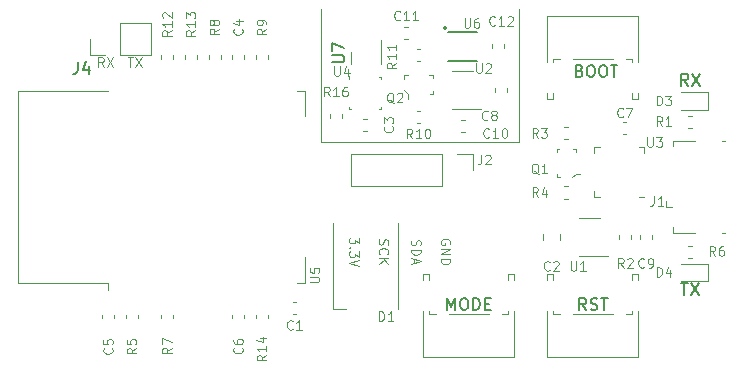
<source format=gbr>
G04 #@! TF.GenerationSoftware,KiCad,Pcbnew,(5.1.5-0-10_14)*
G04 #@! TF.CreationDate,2020-08-06T19:48:59-06:00*
G04 #@! TF.ProjectId,pcb,7063622e-6b69-4636-9164-5f7063625858,rev?*
G04 #@! TF.SameCoordinates,Original*
G04 #@! TF.FileFunction,Legend,Top*
G04 #@! TF.FilePolarity,Positive*
%FSLAX46Y46*%
G04 Gerber Fmt 4.6, Leading zero omitted, Abs format (unit mm)*
G04 Created by KiCad (PCBNEW (5.1.5-0-10_14)) date 2020-08-06 19:48:59*
%MOMM*%
%LPD*%
G04 APERTURE LIST*
%ADD10C,0.120000*%
%ADD11C,0.150000*%
%ADD12C,0.100000*%
%ADD13C,0.203200*%
G04 APERTURE END LIST*
D10*
X49390476Y-59061904D02*
X49847619Y-59061904D01*
X49619047Y-59861904D02*
X49619047Y-59061904D01*
X50038095Y-59061904D02*
X50571428Y-59861904D01*
X50571428Y-59061904D02*
X50038095Y-59861904D01*
X47366666Y-59861904D02*
X47100000Y-59480952D01*
X46909523Y-59861904D02*
X46909523Y-59061904D01*
X47214285Y-59061904D01*
X47290476Y-59100000D01*
X47328571Y-59138095D01*
X47366666Y-59214285D01*
X47366666Y-59328571D01*
X47328571Y-59404761D01*
X47290476Y-59442857D01*
X47214285Y-59480952D01*
X46909523Y-59480952D01*
X47633333Y-59061904D02*
X48166666Y-59861904D01*
X48166666Y-59061904D02*
X47633333Y-59861904D01*
D11*
X96238095Y-78202380D02*
X96809523Y-78202380D01*
X96523809Y-79202380D02*
X96523809Y-78202380D01*
X97047619Y-78202380D02*
X97714285Y-79202380D01*
X97714285Y-78202380D02*
X97047619Y-79202380D01*
X96833333Y-61452380D02*
X96500000Y-60976190D01*
X96261904Y-61452380D02*
X96261904Y-60452380D01*
X96642857Y-60452380D01*
X96738095Y-60500000D01*
X96785714Y-60547619D01*
X96833333Y-60642857D01*
X96833333Y-60785714D01*
X96785714Y-60880952D01*
X96738095Y-60928571D01*
X96642857Y-60976190D01*
X96261904Y-60976190D01*
X97166666Y-60452380D02*
X97833333Y-61452380D01*
X97833333Y-60452380D02*
X97166666Y-61452380D01*
D10*
X82500000Y-66250000D02*
X82500000Y-66100000D01*
X82250000Y-66250000D02*
X82500000Y-66250000D01*
X65750000Y-63750000D02*
X65750000Y-55000000D01*
X65750000Y-65825000D02*
X65750000Y-65500000D01*
X67250000Y-66250000D02*
X65750000Y-66250000D01*
X82500000Y-63850000D02*
X82500000Y-55000000D01*
X82500000Y-66100000D02*
X82500000Y-66075000D01*
X76650000Y-74890476D02*
X76688095Y-74814285D01*
X76688095Y-74700000D01*
X76650000Y-74585714D01*
X76573809Y-74509523D01*
X76497619Y-74471428D01*
X76345238Y-74433333D01*
X76230952Y-74433333D01*
X76078571Y-74471428D01*
X76002380Y-74509523D01*
X75926190Y-74585714D01*
X75888095Y-74700000D01*
X75888095Y-74776190D01*
X75926190Y-74890476D01*
X75964285Y-74928571D01*
X76230952Y-74928571D01*
X76230952Y-74776190D01*
X75888095Y-75271428D02*
X76688095Y-75271428D01*
X75888095Y-75728571D01*
X76688095Y-75728571D01*
X75888095Y-76109523D02*
X76688095Y-76109523D01*
X76688095Y-76300000D01*
X76650000Y-76414285D01*
X76573809Y-76490476D01*
X76497619Y-76528571D01*
X76345238Y-76566666D01*
X76230952Y-76566666D01*
X76078571Y-76528571D01*
X76002380Y-76490476D01*
X75926190Y-76414285D01*
X75888095Y-76300000D01*
X75888095Y-76109523D01*
X68938095Y-74319047D02*
X68938095Y-74814285D01*
X68633333Y-74547619D01*
X68633333Y-74661904D01*
X68595238Y-74738095D01*
X68557142Y-74776190D01*
X68480952Y-74814285D01*
X68290476Y-74814285D01*
X68214285Y-74776190D01*
X68176190Y-74738095D01*
X68138095Y-74661904D01*
X68138095Y-74433333D01*
X68176190Y-74357142D01*
X68214285Y-74319047D01*
X68214285Y-75157142D02*
X68176190Y-75195238D01*
X68138095Y-75157142D01*
X68176190Y-75119047D01*
X68214285Y-75157142D01*
X68138095Y-75157142D01*
X68938095Y-75461904D02*
X68938095Y-75957142D01*
X68633333Y-75690476D01*
X68633333Y-75804761D01*
X68595238Y-75880952D01*
X68557142Y-75919047D01*
X68480952Y-75957142D01*
X68290476Y-75957142D01*
X68214285Y-75919047D01*
X68176190Y-75880952D01*
X68138095Y-75804761D01*
X68138095Y-75576190D01*
X68176190Y-75500000D01*
X68214285Y-75461904D01*
X68938095Y-76185714D02*
X68138095Y-76452380D01*
X68938095Y-76719047D01*
X73426190Y-74528571D02*
X73388095Y-74642857D01*
X73388095Y-74833333D01*
X73426190Y-74909523D01*
X73464285Y-74947619D01*
X73540476Y-74985714D01*
X73616666Y-74985714D01*
X73692857Y-74947619D01*
X73730952Y-74909523D01*
X73769047Y-74833333D01*
X73807142Y-74680952D01*
X73845238Y-74604761D01*
X73883333Y-74566666D01*
X73959523Y-74528571D01*
X74035714Y-74528571D01*
X74111904Y-74566666D01*
X74150000Y-74604761D01*
X74188095Y-74680952D01*
X74188095Y-74871428D01*
X74150000Y-74985714D01*
X73388095Y-75328571D02*
X74188095Y-75328571D01*
X74188095Y-75519047D01*
X74150000Y-75633333D01*
X74073809Y-75709523D01*
X73997619Y-75747619D01*
X73845238Y-75785714D01*
X73730952Y-75785714D01*
X73578571Y-75747619D01*
X73502380Y-75709523D01*
X73426190Y-75633333D01*
X73388095Y-75519047D01*
X73388095Y-75328571D01*
X73616666Y-76090476D02*
X73616666Y-76471428D01*
X73388095Y-76014285D02*
X74188095Y-76280952D01*
X73388095Y-76547619D01*
X70676190Y-74471428D02*
X70638095Y-74585714D01*
X70638095Y-74776190D01*
X70676190Y-74852380D01*
X70714285Y-74890476D01*
X70790476Y-74928571D01*
X70866666Y-74928571D01*
X70942857Y-74890476D01*
X70980952Y-74852380D01*
X71019047Y-74776190D01*
X71057142Y-74623809D01*
X71095238Y-74547619D01*
X71133333Y-74509523D01*
X71209523Y-74471428D01*
X71285714Y-74471428D01*
X71361904Y-74509523D01*
X71400000Y-74547619D01*
X71438095Y-74623809D01*
X71438095Y-74814285D01*
X71400000Y-74928571D01*
X70714285Y-75728571D02*
X70676190Y-75690476D01*
X70638095Y-75576190D01*
X70638095Y-75500000D01*
X70676190Y-75385714D01*
X70752380Y-75309523D01*
X70828571Y-75271428D01*
X70980952Y-75233333D01*
X71095238Y-75233333D01*
X71247619Y-75271428D01*
X71323809Y-75309523D01*
X71400000Y-75385714D01*
X71438095Y-75500000D01*
X71438095Y-75576190D01*
X71400000Y-75690476D01*
X71361904Y-75728571D01*
X70638095Y-76071428D02*
X71438095Y-76071428D01*
X70638095Y-76528571D02*
X71095238Y-76185714D01*
X71438095Y-76528571D02*
X70980952Y-76071428D01*
D11*
X87642857Y-60178571D02*
X87785714Y-60226190D01*
X87833333Y-60273809D01*
X87880952Y-60369047D01*
X87880952Y-60511904D01*
X87833333Y-60607142D01*
X87785714Y-60654761D01*
X87690476Y-60702380D01*
X87309523Y-60702380D01*
X87309523Y-59702380D01*
X87642857Y-59702380D01*
X87738095Y-59750000D01*
X87785714Y-59797619D01*
X87833333Y-59892857D01*
X87833333Y-59988095D01*
X87785714Y-60083333D01*
X87738095Y-60130952D01*
X87642857Y-60178571D01*
X87309523Y-60178571D01*
X88500000Y-59702380D02*
X88690476Y-59702380D01*
X88785714Y-59750000D01*
X88880952Y-59845238D01*
X88928571Y-60035714D01*
X88928571Y-60369047D01*
X88880952Y-60559523D01*
X88785714Y-60654761D01*
X88690476Y-60702380D01*
X88500000Y-60702380D01*
X88404761Y-60654761D01*
X88309523Y-60559523D01*
X88261904Y-60369047D01*
X88261904Y-60035714D01*
X88309523Y-59845238D01*
X88404761Y-59750000D01*
X88500000Y-59702380D01*
X89547619Y-59702380D02*
X89738095Y-59702380D01*
X89833333Y-59750000D01*
X89928571Y-59845238D01*
X89976190Y-60035714D01*
X89976190Y-60369047D01*
X89928571Y-60559523D01*
X89833333Y-60654761D01*
X89738095Y-60702380D01*
X89547619Y-60702380D01*
X89452380Y-60654761D01*
X89357142Y-60559523D01*
X89309523Y-60369047D01*
X89309523Y-60035714D01*
X89357142Y-59845238D01*
X89452380Y-59750000D01*
X89547619Y-59702380D01*
X90261904Y-59702380D02*
X90833333Y-59702380D01*
X90547619Y-60702380D02*
X90547619Y-59702380D01*
X88202380Y-80452380D02*
X87869047Y-79976190D01*
X87630952Y-80452380D02*
X87630952Y-79452380D01*
X88011904Y-79452380D01*
X88107142Y-79500000D01*
X88154761Y-79547619D01*
X88202380Y-79642857D01*
X88202380Y-79785714D01*
X88154761Y-79880952D01*
X88107142Y-79928571D01*
X88011904Y-79976190D01*
X87630952Y-79976190D01*
X88583333Y-80404761D02*
X88726190Y-80452380D01*
X88964285Y-80452380D01*
X89059523Y-80404761D01*
X89107142Y-80357142D01*
X89154761Y-80261904D01*
X89154761Y-80166666D01*
X89107142Y-80071428D01*
X89059523Y-80023809D01*
X88964285Y-79976190D01*
X88773809Y-79928571D01*
X88678571Y-79880952D01*
X88630952Y-79833333D01*
X88583333Y-79738095D01*
X88583333Y-79642857D01*
X88630952Y-79547619D01*
X88678571Y-79500000D01*
X88773809Y-79452380D01*
X89011904Y-79452380D01*
X89154761Y-79500000D01*
X89440476Y-79452380D02*
X90011904Y-79452380D01*
X89726190Y-80452380D02*
X89726190Y-79452380D01*
X76440476Y-80452380D02*
X76440476Y-79452380D01*
X76773809Y-80166666D01*
X77107142Y-79452380D01*
X77107142Y-80452380D01*
X77773809Y-79452380D02*
X77964285Y-79452380D01*
X78059523Y-79500000D01*
X78154761Y-79595238D01*
X78202380Y-79785714D01*
X78202380Y-80119047D01*
X78154761Y-80309523D01*
X78059523Y-80404761D01*
X77964285Y-80452380D01*
X77773809Y-80452380D01*
X77678571Y-80404761D01*
X77583333Y-80309523D01*
X77535714Y-80119047D01*
X77535714Y-79785714D01*
X77583333Y-79595238D01*
X77678571Y-79500000D01*
X77773809Y-79452380D01*
X78630952Y-80452380D02*
X78630952Y-79452380D01*
X78869047Y-79452380D01*
X79011904Y-79500000D01*
X79107142Y-79595238D01*
X79154761Y-79690476D01*
X79202380Y-79880952D01*
X79202380Y-80023809D01*
X79154761Y-80214285D01*
X79107142Y-80309523D01*
X79011904Y-80404761D01*
X78869047Y-80452380D01*
X78630952Y-80452380D01*
X79630952Y-79928571D02*
X79964285Y-79928571D01*
X80107142Y-80452380D02*
X79630952Y-80452380D01*
X79630952Y-79452380D01*
X80107142Y-79452380D01*
D10*
X65750000Y-65825000D02*
X65750000Y-66100000D01*
X82500000Y-65850000D02*
X82500000Y-66075000D01*
X82500000Y-63850000D02*
X82500000Y-65850000D01*
X65750000Y-63750000D02*
X65750000Y-65750000D01*
X67250000Y-66250000D02*
X82250000Y-66250000D01*
X46170000Y-58830000D02*
X46170000Y-57500000D01*
X47500000Y-58830000D02*
X46170000Y-58830000D01*
X48770000Y-58830000D02*
X48770000Y-56170000D01*
X48770000Y-56170000D02*
X51370000Y-56170000D01*
X48770000Y-58830000D02*
X51370000Y-58830000D01*
X51370000Y-58830000D02*
X51370000Y-56170000D01*
X67510000Y-64162779D02*
X67510000Y-63837221D01*
X66490000Y-64162779D02*
X66490000Y-63837221D01*
D12*
X68150000Y-60850000D02*
X68150000Y-60600000D01*
X70850000Y-60700000D02*
X70850000Y-60850000D01*
X70700000Y-60700000D02*
X70850000Y-60700000D01*
X70850000Y-63400000D02*
X70700000Y-63400000D01*
X70850000Y-63400000D02*
X70850000Y-63250000D01*
X68150000Y-63400000D02*
X68150000Y-63250000D01*
X68150000Y-63410000D02*
X68300000Y-63410000D01*
D13*
X76353000Y-56576000D02*
G75*
G03X76353000Y-56576000I-127000J0D01*
G01*
X78975000Y-59325000D02*
X76525000Y-59325000D01*
X76525000Y-56875000D02*
X78975000Y-56875000D01*
D10*
X61260000Y-81162779D02*
X61260000Y-80837221D01*
X60240000Y-81162779D02*
X60240000Y-80837221D01*
X80490000Y-61687221D02*
X80490000Y-62012779D01*
X81510000Y-61687221D02*
X81510000Y-62012779D01*
X54240000Y-58837221D02*
X54240000Y-59162779D01*
X55260000Y-58837221D02*
X55260000Y-59162779D01*
X52240000Y-58837221D02*
X52240000Y-59162779D01*
X53260000Y-58837221D02*
X53260000Y-59162779D01*
X74162779Y-58340000D02*
X73837221Y-58340000D01*
X74162779Y-59360000D02*
X73837221Y-59360000D01*
X74162779Y-63590000D02*
X73837221Y-63590000D01*
X74162779Y-64610000D02*
X73837221Y-64610000D01*
X81260000Y-58262779D02*
X81260000Y-57937221D01*
X80240000Y-58262779D02*
X80240000Y-57937221D01*
X72787221Y-57510000D02*
X73112779Y-57510000D01*
X72787221Y-56490000D02*
X73112779Y-56490000D01*
X69337221Y-65260000D02*
X69662779Y-65260000D01*
X69337221Y-64240000D02*
X69662779Y-64240000D01*
X61260000Y-59162779D02*
X61260000Y-58837221D01*
X60240000Y-59162779D02*
X60240000Y-58837221D01*
X56240000Y-58837221D02*
X56240000Y-59162779D01*
X57260000Y-58837221D02*
X57260000Y-59162779D01*
X53260000Y-81162779D02*
X53260000Y-80837221D01*
X52240000Y-81162779D02*
X52240000Y-80837221D01*
X50260000Y-81162779D02*
X50260000Y-80837221D01*
X49240000Y-81162779D02*
X49240000Y-80837221D01*
X63337221Y-80760000D02*
X63662779Y-80760000D01*
X63337221Y-79740000D02*
X63662779Y-79740000D01*
X97162779Y-74990000D02*
X96837221Y-74990000D01*
X97162779Y-76010000D02*
X96837221Y-76010000D01*
X97162779Y-63990000D02*
X96837221Y-63990000D01*
X97162779Y-65010000D02*
X96837221Y-65010000D01*
X98485000Y-76515000D02*
X96200000Y-76515000D01*
X98485000Y-77985000D02*
X98485000Y-76515000D01*
X96200000Y-77985000D02*
X98485000Y-77985000D01*
X98485000Y-62015000D02*
X96200000Y-62015000D01*
X98485000Y-63485000D02*
X98485000Y-62015000D01*
X96200000Y-63485000D02*
X98485000Y-63485000D01*
D12*
X75225000Y-60550000D02*
X75225000Y-60775000D01*
X74925000Y-60550000D02*
X75225000Y-60550000D01*
X75225000Y-62150000D02*
X75225000Y-61900000D01*
X74950000Y-62150000D02*
X75225000Y-62150000D01*
X72775000Y-60550000D02*
X72775000Y-60850000D01*
X73075000Y-60550000D02*
X72775000Y-60550000D01*
X73075000Y-62150000D02*
X73075000Y-62550000D01*
X72775000Y-61825000D02*
X73075000Y-62150000D01*
X85700000Y-66775000D02*
X85925000Y-66775000D01*
X85700000Y-67075000D02*
X85700000Y-66775000D01*
X87300000Y-66775000D02*
X87050000Y-66775000D01*
X87300000Y-67050000D02*
X87300000Y-66775000D01*
X85700000Y-69225000D02*
X86000000Y-69225000D01*
X85700000Y-68925000D02*
X85700000Y-69225000D01*
X87300000Y-68925000D02*
X87700000Y-68925000D01*
X86975000Y-69225000D02*
X87300000Y-68925000D01*
D10*
X89400000Y-72640000D02*
X87600000Y-72640000D01*
X87600000Y-75860000D02*
X90050000Y-75860000D01*
X81590000Y-80780000D02*
X81590000Y-80550000D01*
X82110000Y-84450000D02*
X74390000Y-84450000D01*
X74390000Y-84450000D02*
X74390000Y-80550000D01*
X82110000Y-77440000D02*
X81590000Y-77440000D01*
X82110000Y-84450000D02*
X82110000Y-80550000D01*
X74910000Y-80780000D02*
X74910000Y-80550000D01*
X81590000Y-77950000D02*
X81590000Y-77440000D01*
X82110000Y-77950000D02*
X82110000Y-77440000D01*
X75450000Y-80780000D02*
X74910000Y-80780000D01*
X74910000Y-77950000D02*
X74910000Y-77440000D01*
X74910000Y-77440000D02*
X74390000Y-77440000D01*
X74390000Y-77950000D02*
X74390000Y-77440000D01*
X81590000Y-80780000D02*
X81050000Y-80780000D01*
X79950000Y-80780000D02*
X76550000Y-80780000D01*
X68300000Y-67270000D02*
X68300000Y-69930000D01*
X75980000Y-67270000D02*
X68300000Y-67270000D01*
X75980000Y-69930000D02*
X68300000Y-69930000D01*
X75980000Y-67270000D02*
X75980000Y-69930000D01*
X77250000Y-67270000D02*
X78580000Y-67270000D01*
X78580000Y-67270000D02*
X78580000Y-68600000D01*
X58240000Y-59162779D02*
X58240000Y-58837221D01*
X59260000Y-59162779D02*
X59260000Y-58837221D01*
X89365000Y-70860000D02*
X88890000Y-70860000D01*
X88890000Y-70860000D02*
X88890000Y-70385000D01*
X92635000Y-66640000D02*
X93110000Y-66640000D01*
X93110000Y-66640000D02*
X93110000Y-67115000D01*
X89365000Y-66640000D02*
X88890000Y-66640000D01*
X88890000Y-66640000D02*
X88890000Y-67115000D01*
X92635000Y-70860000D02*
X93110000Y-70860000D01*
X78650000Y-60240000D02*
X76850000Y-60240000D01*
X76850000Y-63460000D02*
X79300000Y-63460000D01*
X86337221Y-69990000D02*
X86662779Y-69990000D01*
X86337221Y-71010000D02*
X86662779Y-71010000D01*
X86662779Y-66010000D02*
X86337221Y-66010000D01*
X86662779Y-64990000D02*
X86337221Y-64990000D01*
X90990000Y-74412779D02*
X90990000Y-74087221D01*
X92010000Y-74412779D02*
X92010000Y-74087221D01*
X72250000Y-73100000D02*
X72250000Y-80400000D01*
X66750000Y-73100000D02*
X66750000Y-80400000D01*
X66750000Y-80400000D02*
X67900000Y-80400000D01*
X77587221Y-64340000D02*
X77912779Y-64340000D01*
X77587221Y-65360000D02*
X77912779Y-65360000D01*
X92740000Y-74412779D02*
X92740000Y-74087221D01*
X93760000Y-74412779D02*
X93760000Y-74087221D01*
X59260000Y-80837221D02*
X59260000Y-81162779D01*
X58240000Y-80837221D02*
X58240000Y-81162779D01*
X48260000Y-80837221D02*
X48260000Y-81162779D01*
X47240000Y-80837221D02*
X47240000Y-81162779D01*
X84540000Y-74508578D02*
X84540000Y-73991422D01*
X85960000Y-74508578D02*
X85960000Y-73991422D01*
X92090000Y-80780000D02*
X92090000Y-80550000D01*
X92610000Y-84450000D02*
X84890000Y-84450000D01*
X84890000Y-84450000D02*
X84890000Y-80550000D01*
X92610000Y-77440000D02*
X92090000Y-77440000D01*
X92610000Y-84450000D02*
X92610000Y-80550000D01*
X85410000Y-80780000D02*
X85410000Y-80550000D01*
X92090000Y-77950000D02*
X92090000Y-77440000D01*
X92610000Y-77950000D02*
X92610000Y-77440000D01*
X85950000Y-80780000D02*
X85410000Y-80780000D01*
X85410000Y-77950000D02*
X85410000Y-77440000D01*
X85410000Y-77440000D02*
X84890000Y-77440000D01*
X84890000Y-77950000D02*
X84890000Y-77440000D01*
X92090000Y-80780000D02*
X91550000Y-80780000D01*
X90450000Y-80780000D02*
X87050000Y-80780000D01*
X85410000Y-59220000D02*
X85410000Y-59450000D01*
X84890000Y-55550000D02*
X92610000Y-55550000D01*
X92610000Y-55550000D02*
X92610000Y-59450000D01*
X84890000Y-62560000D02*
X85410000Y-62560000D01*
X84890000Y-55550000D02*
X84890000Y-59450000D01*
X92090000Y-59220000D02*
X92090000Y-59450000D01*
X85410000Y-62050000D02*
X85410000Y-62560000D01*
X84890000Y-62050000D02*
X84890000Y-62560000D01*
X91550000Y-59220000D02*
X92090000Y-59220000D01*
X92090000Y-62050000D02*
X92090000Y-62560000D01*
X92090000Y-62560000D02*
X92610000Y-62560000D01*
X92610000Y-62050000D02*
X92610000Y-62560000D01*
X85410000Y-59220000D02*
X85950000Y-59220000D01*
X87050000Y-59220000D02*
X90450000Y-59220000D01*
X95547500Y-73900000D02*
X95547500Y-73450000D01*
X97397500Y-73900000D02*
X95547500Y-73900000D01*
X99947500Y-66100000D02*
X99697500Y-66100000D01*
X99947500Y-73900000D02*
X99697500Y-73900000D01*
X97397500Y-66100000D02*
X95547500Y-66100000D01*
X95547500Y-66100000D02*
X95547500Y-66550000D01*
X94997500Y-71700000D02*
X94997500Y-71250000D01*
X94997500Y-71700000D02*
X95447500Y-71700000D01*
X40130000Y-78120000D02*
X40130000Y-61880000D01*
X40130000Y-61880000D02*
X47750000Y-61880000D01*
X63750000Y-61880000D02*
X64370000Y-61880000D01*
X64370000Y-61880000D02*
X64370000Y-64000000D01*
X64370000Y-76000000D02*
X64370000Y-78120000D01*
X64370000Y-78120000D02*
X63750000Y-78120000D01*
X47750000Y-78120000D02*
X40130000Y-78120000D01*
X47750000Y-78120000D02*
X47750000Y-78730000D01*
X91612779Y-65510000D02*
X91287221Y-65510000D01*
X91612779Y-64490000D02*
X91287221Y-64490000D01*
X70850000Y-59600000D02*
X70850000Y-57600000D01*
X68250000Y-59600000D02*
X68250000Y-58600000D01*
D11*
X45166666Y-59452380D02*
X45166666Y-60166666D01*
X45119047Y-60309523D01*
X45023809Y-60404761D01*
X44880952Y-60452380D01*
X44785714Y-60452380D01*
X46071428Y-59785714D02*
X46071428Y-60452380D01*
X45833333Y-59404761D02*
X45595238Y-60119047D01*
X46214285Y-60119047D01*
D10*
X66485714Y-62361904D02*
X66219047Y-61980952D01*
X66028571Y-62361904D02*
X66028571Y-61561904D01*
X66333333Y-61561904D01*
X66409523Y-61600000D01*
X66447619Y-61638095D01*
X66485714Y-61714285D01*
X66485714Y-61828571D01*
X66447619Y-61904761D01*
X66409523Y-61942857D01*
X66333333Y-61980952D01*
X66028571Y-61980952D01*
X67247619Y-62361904D02*
X66790476Y-62361904D01*
X67019047Y-62361904D02*
X67019047Y-61561904D01*
X66942857Y-61676190D01*
X66866666Y-61752380D01*
X66790476Y-61790476D01*
X67933333Y-61561904D02*
X67780952Y-61561904D01*
X67704761Y-61600000D01*
X67666666Y-61638095D01*
X67590476Y-61752380D01*
X67552380Y-61904761D01*
X67552380Y-62209523D01*
X67590476Y-62285714D01*
X67628571Y-62323809D01*
X67704761Y-62361904D01*
X67857142Y-62361904D01*
X67933333Y-62323809D01*
X67971428Y-62285714D01*
X68009523Y-62209523D01*
X68009523Y-62019047D01*
X67971428Y-61942857D01*
X67933333Y-61904761D01*
X67857142Y-61866666D01*
X67704761Y-61866666D01*
X67628571Y-61904761D01*
X67590476Y-61942857D01*
X67552380Y-62019047D01*
X66890476Y-59811904D02*
X66890476Y-60459523D01*
X66928571Y-60535714D01*
X66966666Y-60573809D01*
X67042857Y-60611904D01*
X67195238Y-60611904D01*
X67271428Y-60573809D01*
X67309523Y-60535714D01*
X67347619Y-60459523D01*
X67347619Y-59811904D01*
X68071428Y-60078571D02*
X68071428Y-60611904D01*
X67880952Y-59773809D02*
X67690476Y-60345238D01*
X68185714Y-60345238D01*
X77902476Y-55731504D02*
X77902476Y-56379123D01*
X77940571Y-56455314D01*
X77978666Y-56493409D01*
X78054857Y-56531504D01*
X78207238Y-56531504D01*
X78283428Y-56493409D01*
X78321523Y-56455314D01*
X78359619Y-56379123D01*
X78359619Y-55731504D01*
X79083428Y-55731504D02*
X78931047Y-55731504D01*
X78854857Y-55769600D01*
X78816761Y-55807695D01*
X78740571Y-55921980D01*
X78702476Y-56074361D01*
X78702476Y-56379123D01*
X78740571Y-56455314D01*
X78778666Y-56493409D01*
X78854857Y-56531504D01*
X79007238Y-56531504D01*
X79083428Y-56493409D01*
X79121523Y-56455314D01*
X79159619Y-56379123D01*
X79159619Y-56188647D01*
X79121523Y-56112457D01*
X79083428Y-56074361D01*
X79007238Y-56036266D01*
X78854857Y-56036266D01*
X78778666Y-56074361D01*
X78740571Y-56112457D01*
X78702476Y-56188647D01*
X61111904Y-84264285D02*
X60730952Y-84530952D01*
X61111904Y-84721428D02*
X60311904Y-84721428D01*
X60311904Y-84416666D01*
X60350000Y-84340476D01*
X60388095Y-84302380D01*
X60464285Y-84264285D01*
X60578571Y-84264285D01*
X60654761Y-84302380D01*
X60692857Y-84340476D01*
X60730952Y-84416666D01*
X60730952Y-84721428D01*
X61111904Y-83502380D02*
X61111904Y-83959523D01*
X61111904Y-83730952D02*
X60311904Y-83730952D01*
X60426190Y-83807142D01*
X60502380Y-83883333D01*
X60540476Y-83959523D01*
X60578571Y-82816666D02*
X61111904Y-82816666D01*
X60273809Y-83007142D02*
X60845238Y-83197619D01*
X60845238Y-82702380D01*
X79866666Y-64285714D02*
X79828571Y-64323809D01*
X79714285Y-64361904D01*
X79638095Y-64361904D01*
X79523809Y-64323809D01*
X79447619Y-64247619D01*
X79409523Y-64171428D01*
X79371428Y-64019047D01*
X79371428Y-63904761D01*
X79409523Y-63752380D01*
X79447619Y-63676190D01*
X79523809Y-63600000D01*
X79638095Y-63561904D01*
X79714285Y-63561904D01*
X79828571Y-63600000D01*
X79866666Y-63638095D01*
X80323809Y-63904761D02*
X80247619Y-63866666D01*
X80209523Y-63828571D01*
X80171428Y-63752380D01*
X80171428Y-63714285D01*
X80209523Y-63638095D01*
X80247619Y-63600000D01*
X80323809Y-63561904D01*
X80476190Y-63561904D01*
X80552380Y-63600000D01*
X80590476Y-63638095D01*
X80628571Y-63714285D01*
X80628571Y-63752380D01*
X80590476Y-63828571D01*
X80552380Y-63866666D01*
X80476190Y-63904761D01*
X80323809Y-63904761D01*
X80247619Y-63942857D01*
X80209523Y-63980952D01*
X80171428Y-64057142D01*
X80171428Y-64209523D01*
X80209523Y-64285714D01*
X80247619Y-64323809D01*
X80323809Y-64361904D01*
X80476190Y-64361904D01*
X80552380Y-64323809D01*
X80590476Y-64285714D01*
X80628571Y-64209523D01*
X80628571Y-64057142D01*
X80590476Y-63980952D01*
X80552380Y-63942857D01*
X80476190Y-63904761D01*
X55111904Y-56764285D02*
X54730952Y-57030952D01*
X55111904Y-57221428D02*
X54311904Y-57221428D01*
X54311904Y-56916666D01*
X54350000Y-56840476D01*
X54388095Y-56802380D01*
X54464285Y-56764285D01*
X54578571Y-56764285D01*
X54654761Y-56802380D01*
X54692857Y-56840476D01*
X54730952Y-56916666D01*
X54730952Y-57221428D01*
X55111904Y-56002380D02*
X55111904Y-56459523D01*
X55111904Y-56230952D02*
X54311904Y-56230952D01*
X54426190Y-56307142D01*
X54502380Y-56383333D01*
X54540476Y-56459523D01*
X54311904Y-55735714D02*
X54311904Y-55240476D01*
X54616666Y-55507142D01*
X54616666Y-55392857D01*
X54654761Y-55316666D01*
X54692857Y-55278571D01*
X54769047Y-55240476D01*
X54959523Y-55240476D01*
X55035714Y-55278571D01*
X55073809Y-55316666D01*
X55111904Y-55392857D01*
X55111904Y-55621428D01*
X55073809Y-55697619D01*
X55035714Y-55735714D01*
X53111904Y-56764285D02*
X52730952Y-57030952D01*
X53111904Y-57221428D02*
X52311904Y-57221428D01*
X52311904Y-56916666D01*
X52350000Y-56840476D01*
X52388095Y-56802380D01*
X52464285Y-56764285D01*
X52578571Y-56764285D01*
X52654761Y-56802380D01*
X52692857Y-56840476D01*
X52730952Y-56916666D01*
X52730952Y-57221428D01*
X53111904Y-56002380D02*
X53111904Y-56459523D01*
X53111904Y-56230952D02*
X52311904Y-56230952D01*
X52426190Y-56307142D01*
X52502380Y-56383333D01*
X52540476Y-56459523D01*
X52388095Y-55697619D02*
X52350000Y-55659523D01*
X52311904Y-55583333D01*
X52311904Y-55392857D01*
X52350000Y-55316666D01*
X52388095Y-55278571D01*
X52464285Y-55240476D01*
X52540476Y-55240476D01*
X52654761Y-55278571D01*
X53111904Y-55735714D01*
X53111904Y-55240476D01*
X72111904Y-59514285D02*
X71730952Y-59780952D01*
X72111904Y-59971428D02*
X71311904Y-59971428D01*
X71311904Y-59666666D01*
X71350000Y-59590476D01*
X71388095Y-59552380D01*
X71464285Y-59514285D01*
X71578571Y-59514285D01*
X71654761Y-59552380D01*
X71692857Y-59590476D01*
X71730952Y-59666666D01*
X71730952Y-59971428D01*
X72111904Y-58752380D02*
X72111904Y-59209523D01*
X72111904Y-58980952D02*
X71311904Y-58980952D01*
X71426190Y-59057142D01*
X71502380Y-59133333D01*
X71540476Y-59209523D01*
X72111904Y-57990476D02*
X72111904Y-58447619D01*
X72111904Y-58219047D02*
X71311904Y-58219047D01*
X71426190Y-58295238D01*
X71502380Y-58371428D01*
X71540476Y-58447619D01*
X73485714Y-65891904D02*
X73219047Y-65510952D01*
X73028571Y-65891904D02*
X73028571Y-65091904D01*
X73333333Y-65091904D01*
X73409523Y-65130000D01*
X73447619Y-65168095D01*
X73485714Y-65244285D01*
X73485714Y-65358571D01*
X73447619Y-65434761D01*
X73409523Y-65472857D01*
X73333333Y-65510952D01*
X73028571Y-65510952D01*
X74247619Y-65891904D02*
X73790476Y-65891904D01*
X74019047Y-65891904D02*
X74019047Y-65091904D01*
X73942857Y-65206190D01*
X73866666Y-65282380D01*
X73790476Y-65320476D01*
X74742857Y-65091904D02*
X74819047Y-65091904D01*
X74895238Y-65130000D01*
X74933333Y-65168095D01*
X74971428Y-65244285D01*
X75009523Y-65396666D01*
X75009523Y-65587142D01*
X74971428Y-65739523D01*
X74933333Y-65815714D01*
X74895238Y-65853809D01*
X74819047Y-65891904D01*
X74742857Y-65891904D01*
X74666666Y-65853809D01*
X74628571Y-65815714D01*
X74590476Y-65739523D01*
X74552380Y-65587142D01*
X74552380Y-65396666D01*
X74590476Y-65244285D01*
X74628571Y-65168095D01*
X74666666Y-65130000D01*
X74742857Y-65091904D01*
X80485714Y-56285714D02*
X80447619Y-56323809D01*
X80333333Y-56361904D01*
X80257142Y-56361904D01*
X80142857Y-56323809D01*
X80066666Y-56247619D01*
X80028571Y-56171428D01*
X79990476Y-56019047D01*
X79990476Y-55904761D01*
X80028571Y-55752380D01*
X80066666Y-55676190D01*
X80142857Y-55600000D01*
X80257142Y-55561904D01*
X80333333Y-55561904D01*
X80447619Y-55600000D01*
X80485714Y-55638095D01*
X81247619Y-56361904D02*
X80790476Y-56361904D01*
X81019047Y-56361904D02*
X81019047Y-55561904D01*
X80942857Y-55676190D01*
X80866666Y-55752380D01*
X80790476Y-55790476D01*
X81552380Y-55638095D02*
X81590476Y-55600000D01*
X81666666Y-55561904D01*
X81857142Y-55561904D01*
X81933333Y-55600000D01*
X81971428Y-55638095D01*
X82009523Y-55714285D01*
X82009523Y-55790476D01*
X81971428Y-55904761D01*
X81514285Y-56361904D01*
X82009523Y-56361904D01*
X72435714Y-55855714D02*
X72397619Y-55893809D01*
X72283333Y-55931904D01*
X72207142Y-55931904D01*
X72092857Y-55893809D01*
X72016666Y-55817619D01*
X71978571Y-55741428D01*
X71940476Y-55589047D01*
X71940476Y-55474761D01*
X71978571Y-55322380D01*
X72016666Y-55246190D01*
X72092857Y-55170000D01*
X72207142Y-55131904D01*
X72283333Y-55131904D01*
X72397619Y-55170000D01*
X72435714Y-55208095D01*
X73197619Y-55931904D02*
X72740476Y-55931904D01*
X72969047Y-55931904D02*
X72969047Y-55131904D01*
X72892857Y-55246190D01*
X72816666Y-55322380D01*
X72740476Y-55360476D01*
X73959523Y-55931904D02*
X73502380Y-55931904D01*
X73730952Y-55931904D02*
X73730952Y-55131904D01*
X73654761Y-55246190D01*
X73578571Y-55322380D01*
X73502380Y-55360476D01*
X71785714Y-64883333D02*
X71823809Y-64921428D01*
X71861904Y-65035714D01*
X71861904Y-65111904D01*
X71823809Y-65226190D01*
X71747619Y-65302380D01*
X71671428Y-65340476D01*
X71519047Y-65378571D01*
X71404761Y-65378571D01*
X71252380Y-65340476D01*
X71176190Y-65302380D01*
X71100000Y-65226190D01*
X71061904Y-65111904D01*
X71061904Y-65035714D01*
X71100000Y-64921428D01*
X71138095Y-64883333D01*
X71061904Y-64616666D02*
X71061904Y-64121428D01*
X71366666Y-64388095D01*
X71366666Y-64273809D01*
X71404761Y-64197619D01*
X71442857Y-64159523D01*
X71519047Y-64121428D01*
X71709523Y-64121428D01*
X71785714Y-64159523D01*
X71823809Y-64197619D01*
X71861904Y-64273809D01*
X71861904Y-64502380D01*
X71823809Y-64578571D01*
X71785714Y-64616666D01*
X61111904Y-56633333D02*
X60730952Y-56900000D01*
X61111904Y-57090476D02*
X60311904Y-57090476D01*
X60311904Y-56785714D01*
X60350000Y-56709523D01*
X60388095Y-56671428D01*
X60464285Y-56633333D01*
X60578571Y-56633333D01*
X60654761Y-56671428D01*
X60692857Y-56709523D01*
X60730952Y-56785714D01*
X60730952Y-57090476D01*
X61111904Y-56252380D02*
X61111904Y-56100000D01*
X61073809Y-56023809D01*
X61035714Y-55985714D01*
X60921428Y-55909523D01*
X60769047Y-55871428D01*
X60464285Y-55871428D01*
X60388095Y-55909523D01*
X60350000Y-55947619D01*
X60311904Y-56023809D01*
X60311904Y-56176190D01*
X60350000Y-56252380D01*
X60388095Y-56290476D01*
X60464285Y-56328571D01*
X60654761Y-56328571D01*
X60730952Y-56290476D01*
X60769047Y-56252380D01*
X60807142Y-56176190D01*
X60807142Y-56023809D01*
X60769047Y-55947619D01*
X60730952Y-55909523D01*
X60654761Y-55871428D01*
X57111904Y-56633333D02*
X56730952Y-56900000D01*
X57111904Y-57090476D02*
X56311904Y-57090476D01*
X56311904Y-56785714D01*
X56350000Y-56709523D01*
X56388095Y-56671428D01*
X56464285Y-56633333D01*
X56578571Y-56633333D01*
X56654761Y-56671428D01*
X56692857Y-56709523D01*
X56730952Y-56785714D01*
X56730952Y-57090476D01*
X56654761Y-56176190D02*
X56616666Y-56252380D01*
X56578571Y-56290476D01*
X56502380Y-56328571D01*
X56464285Y-56328571D01*
X56388095Y-56290476D01*
X56350000Y-56252380D01*
X56311904Y-56176190D01*
X56311904Y-56023809D01*
X56350000Y-55947619D01*
X56388095Y-55909523D01*
X56464285Y-55871428D01*
X56502380Y-55871428D01*
X56578571Y-55909523D01*
X56616666Y-55947619D01*
X56654761Y-56023809D01*
X56654761Y-56176190D01*
X56692857Y-56252380D01*
X56730952Y-56290476D01*
X56807142Y-56328571D01*
X56959523Y-56328571D01*
X57035714Y-56290476D01*
X57073809Y-56252380D01*
X57111904Y-56176190D01*
X57111904Y-56023809D01*
X57073809Y-55947619D01*
X57035714Y-55909523D01*
X56959523Y-55871428D01*
X56807142Y-55871428D01*
X56730952Y-55909523D01*
X56692857Y-55947619D01*
X56654761Y-56023809D01*
X53111904Y-83633333D02*
X52730952Y-83900000D01*
X53111904Y-84090476D02*
X52311904Y-84090476D01*
X52311904Y-83785714D01*
X52350000Y-83709523D01*
X52388095Y-83671428D01*
X52464285Y-83633333D01*
X52578571Y-83633333D01*
X52654761Y-83671428D01*
X52692857Y-83709523D01*
X52730952Y-83785714D01*
X52730952Y-84090476D01*
X52311904Y-83366666D02*
X52311904Y-82833333D01*
X53111904Y-83176190D01*
X50111904Y-83670833D02*
X49730952Y-83937500D01*
X50111904Y-84127976D02*
X49311904Y-84127976D01*
X49311904Y-83823214D01*
X49350000Y-83747023D01*
X49388095Y-83708928D01*
X49464285Y-83670833D01*
X49578571Y-83670833D01*
X49654761Y-83708928D01*
X49692857Y-83747023D01*
X49730952Y-83823214D01*
X49730952Y-84127976D01*
X49311904Y-82947023D02*
X49311904Y-83327976D01*
X49692857Y-83366071D01*
X49654761Y-83327976D01*
X49616666Y-83251785D01*
X49616666Y-83061309D01*
X49654761Y-82985119D01*
X49692857Y-82947023D01*
X49769047Y-82908928D01*
X49959523Y-82908928D01*
X50035714Y-82947023D01*
X50073809Y-82985119D01*
X50111904Y-83061309D01*
X50111904Y-83251785D01*
X50073809Y-83327976D01*
X50035714Y-83366071D01*
X63366666Y-82035714D02*
X63328571Y-82073809D01*
X63214285Y-82111904D01*
X63138095Y-82111904D01*
X63023809Y-82073809D01*
X62947619Y-81997619D01*
X62909523Y-81921428D01*
X62871428Y-81769047D01*
X62871428Y-81654761D01*
X62909523Y-81502380D01*
X62947619Y-81426190D01*
X63023809Y-81350000D01*
X63138095Y-81311904D01*
X63214285Y-81311904D01*
X63328571Y-81350000D01*
X63366666Y-81388095D01*
X64128571Y-82111904D02*
X63671428Y-82111904D01*
X63900000Y-82111904D02*
X63900000Y-81311904D01*
X63823809Y-81426190D01*
X63747619Y-81502380D01*
X63671428Y-81540476D01*
X99116666Y-75861904D02*
X98850000Y-75480952D01*
X98659523Y-75861904D02*
X98659523Y-75061904D01*
X98964285Y-75061904D01*
X99040476Y-75100000D01*
X99078571Y-75138095D01*
X99116666Y-75214285D01*
X99116666Y-75328571D01*
X99078571Y-75404761D01*
X99040476Y-75442857D01*
X98964285Y-75480952D01*
X98659523Y-75480952D01*
X99802380Y-75061904D02*
X99650000Y-75061904D01*
X99573809Y-75100000D01*
X99535714Y-75138095D01*
X99459523Y-75252380D01*
X99421428Y-75404761D01*
X99421428Y-75709523D01*
X99459523Y-75785714D01*
X99497619Y-75823809D01*
X99573809Y-75861904D01*
X99726190Y-75861904D01*
X99802380Y-75823809D01*
X99840476Y-75785714D01*
X99878571Y-75709523D01*
X99878571Y-75519047D01*
X99840476Y-75442857D01*
X99802380Y-75404761D01*
X99726190Y-75366666D01*
X99573809Y-75366666D01*
X99497619Y-75404761D01*
X99459523Y-75442857D01*
X99421428Y-75519047D01*
X94616666Y-64861904D02*
X94350000Y-64480952D01*
X94159523Y-64861904D02*
X94159523Y-64061904D01*
X94464285Y-64061904D01*
X94540476Y-64100000D01*
X94578571Y-64138095D01*
X94616666Y-64214285D01*
X94616666Y-64328571D01*
X94578571Y-64404761D01*
X94540476Y-64442857D01*
X94464285Y-64480952D01*
X94159523Y-64480952D01*
X95378571Y-64861904D02*
X94921428Y-64861904D01*
X95150000Y-64861904D02*
X95150000Y-64061904D01*
X95073809Y-64176190D01*
X94997619Y-64252380D01*
X94921428Y-64290476D01*
X94159523Y-77611904D02*
X94159523Y-76811904D01*
X94350000Y-76811904D01*
X94464285Y-76850000D01*
X94540476Y-76926190D01*
X94578571Y-77002380D01*
X94616666Y-77154761D01*
X94616666Y-77269047D01*
X94578571Y-77421428D01*
X94540476Y-77497619D01*
X94464285Y-77573809D01*
X94350000Y-77611904D01*
X94159523Y-77611904D01*
X95302380Y-77078571D02*
X95302380Y-77611904D01*
X95111904Y-76773809D02*
X94921428Y-77345238D01*
X95416666Y-77345238D01*
X94159523Y-63111904D02*
X94159523Y-62311904D01*
X94350000Y-62311904D01*
X94464285Y-62350000D01*
X94540476Y-62426190D01*
X94578571Y-62502380D01*
X94616666Y-62654761D01*
X94616666Y-62769047D01*
X94578571Y-62921428D01*
X94540476Y-62997619D01*
X94464285Y-63073809D01*
X94350000Y-63111904D01*
X94159523Y-63111904D01*
X94883333Y-62311904D02*
X95378571Y-62311904D01*
X95111904Y-62616666D01*
X95226190Y-62616666D01*
X95302380Y-62654761D01*
X95340476Y-62692857D01*
X95378571Y-62769047D01*
X95378571Y-62959523D01*
X95340476Y-63035714D01*
X95302380Y-63073809D01*
X95226190Y-63111904D01*
X94997619Y-63111904D01*
X94921428Y-63073809D01*
X94883333Y-63035714D01*
X71923809Y-62938095D02*
X71847619Y-62900000D01*
X71771428Y-62823809D01*
X71657142Y-62709523D01*
X71580952Y-62671428D01*
X71504761Y-62671428D01*
X71542857Y-62861904D02*
X71466666Y-62823809D01*
X71390476Y-62747619D01*
X71352380Y-62595238D01*
X71352380Y-62328571D01*
X71390476Y-62176190D01*
X71466666Y-62100000D01*
X71542857Y-62061904D01*
X71695238Y-62061904D01*
X71771428Y-62100000D01*
X71847619Y-62176190D01*
X71885714Y-62328571D01*
X71885714Y-62595238D01*
X71847619Y-62747619D01*
X71771428Y-62823809D01*
X71695238Y-62861904D01*
X71542857Y-62861904D01*
X72190476Y-62138095D02*
X72228571Y-62100000D01*
X72304761Y-62061904D01*
X72495238Y-62061904D01*
X72571428Y-62100000D01*
X72609523Y-62138095D01*
X72647619Y-62214285D01*
X72647619Y-62290476D01*
X72609523Y-62404761D01*
X72152380Y-62861904D01*
X72647619Y-62861904D01*
X84173809Y-68938095D02*
X84097619Y-68900000D01*
X84021428Y-68823809D01*
X83907142Y-68709523D01*
X83830952Y-68671428D01*
X83754761Y-68671428D01*
X83792857Y-68861904D02*
X83716666Y-68823809D01*
X83640476Y-68747619D01*
X83602380Y-68595238D01*
X83602380Y-68328571D01*
X83640476Y-68176190D01*
X83716666Y-68100000D01*
X83792857Y-68061904D01*
X83945238Y-68061904D01*
X84021428Y-68100000D01*
X84097619Y-68176190D01*
X84135714Y-68328571D01*
X84135714Y-68595238D01*
X84097619Y-68747619D01*
X84021428Y-68823809D01*
X83945238Y-68861904D01*
X83792857Y-68861904D01*
X84897619Y-68861904D02*
X84440476Y-68861904D01*
X84669047Y-68861904D02*
X84669047Y-68061904D01*
X84592857Y-68176190D01*
X84516666Y-68252380D01*
X84440476Y-68290476D01*
X86890476Y-76311904D02*
X86890476Y-76959523D01*
X86928571Y-77035714D01*
X86966666Y-77073809D01*
X87042857Y-77111904D01*
X87195238Y-77111904D01*
X87271428Y-77073809D01*
X87309523Y-77035714D01*
X87347619Y-76959523D01*
X87347619Y-76311904D01*
X88147619Y-77111904D02*
X87690476Y-77111904D01*
X87919047Y-77111904D02*
X87919047Y-76311904D01*
X87842857Y-76426190D01*
X87766666Y-76502380D01*
X87690476Y-76540476D01*
X79313333Y-67311904D02*
X79313333Y-67883333D01*
X79275238Y-67997619D01*
X79199047Y-68073809D01*
X79084761Y-68111904D01*
X79008571Y-68111904D01*
X79656190Y-67388095D02*
X79694285Y-67350000D01*
X79770476Y-67311904D01*
X79960952Y-67311904D01*
X80037142Y-67350000D01*
X80075238Y-67388095D01*
X80113333Y-67464285D01*
X80113333Y-67540476D01*
X80075238Y-67654761D01*
X79618095Y-68111904D01*
X80113333Y-68111904D01*
X59035714Y-56633333D02*
X59073809Y-56671428D01*
X59111904Y-56785714D01*
X59111904Y-56861904D01*
X59073809Y-56976190D01*
X58997619Y-57052380D01*
X58921428Y-57090476D01*
X58769047Y-57128571D01*
X58654761Y-57128571D01*
X58502380Y-57090476D01*
X58426190Y-57052380D01*
X58350000Y-56976190D01*
X58311904Y-56861904D01*
X58311904Y-56785714D01*
X58350000Y-56671428D01*
X58388095Y-56633333D01*
X58578571Y-55947619D02*
X59111904Y-55947619D01*
X58273809Y-56138095D02*
X58845238Y-56328571D01*
X58845238Y-55833333D01*
X93390476Y-65811904D02*
X93390476Y-66459523D01*
X93428571Y-66535714D01*
X93466666Y-66573809D01*
X93542857Y-66611904D01*
X93695238Y-66611904D01*
X93771428Y-66573809D01*
X93809523Y-66535714D01*
X93847619Y-66459523D01*
X93847619Y-65811904D01*
X94152380Y-65811904D02*
X94647619Y-65811904D01*
X94380952Y-66116666D01*
X94495238Y-66116666D01*
X94571428Y-66154761D01*
X94609523Y-66192857D01*
X94647619Y-66269047D01*
X94647619Y-66459523D01*
X94609523Y-66535714D01*
X94571428Y-66573809D01*
X94495238Y-66611904D01*
X94266666Y-66611904D01*
X94190476Y-66573809D01*
X94152380Y-66535714D01*
X78890476Y-59561904D02*
X78890476Y-60209523D01*
X78928571Y-60285714D01*
X78966666Y-60323809D01*
X79042857Y-60361904D01*
X79195238Y-60361904D01*
X79271428Y-60323809D01*
X79309523Y-60285714D01*
X79347619Y-60209523D01*
X79347619Y-59561904D01*
X79690476Y-59638095D02*
X79728571Y-59600000D01*
X79804761Y-59561904D01*
X79995238Y-59561904D01*
X80071428Y-59600000D01*
X80109523Y-59638095D01*
X80147619Y-59714285D01*
X80147619Y-59790476D01*
X80109523Y-59904761D01*
X79652380Y-60361904D01*
X80147619Y-60361904D01*
X84116666Y-70861904D02*
X83850000Y-70480952D01*
X83659523Y-70861904D02*
X83659523Y-70061904D01*
X83964285Y-70061904D01*
X84040476Y-70100000D01*
X84078571Y-70138095D01*
X84116666Y-70214285D01*
X84116666Y-70328571D01*
X84078571Y-70404761D01*
X84040476Y-70442857D01*
X83964285Y-70480952D01*
X83659523Y-70480952D01*
X84802380Y-70328571D02*
X84802380Y-70861904D01*
X84611904Y-70023809D02*
X84421428Y-70595238D01*
X84916666Y-70595238D01*
X84116666Y-65861904D02*
X83850000Y-65480952D01*
X83659523Y-65861904D02*
X83659523Y-65061904D01*
X83964285Y-65061904D01*
X84040476Y-65100000D01*
X84078571Y-65138095D01*
X84116666Y-65214285D01*
X84116666Y-65328571D01*
X84078571Y-65404761D01*
X84040476Y-65442857D01*
X83964285Y-65480952D01*
X83659523Y-65480952D01*
X84383333Y-65061904D02*
X84878571Y-65061904D01*
X84611904Y-65366666D01*
X84726190Y-65366666D01*
X84802380Y-65404761D01*
X84840476Y-65442857D01*
X84878571Y-65519047D01*
X84878571Y-65709523D01*
X84840476Y-65785714D01*
X84802380Y-65823809D01*
X84726190Y-65861904D01*
X84497619Y-65861904D01*
X84421428Y-65823809D01*
X84383333Y-65785714D01*
X91366666Y-76861904D02*
X91100000Y-76480952D01*
X90909523Y-76861904D02*
X90909523Y-76061904D01*
X91214285Y-76061904D01*
X91290476Y-76100000D01*
X91328571Y-76138095D01*
X91366666Y-76214285D01*
X91366666Y-76328571D01*
X91328571Y-76404761D01*
X91290476Y-76442857D01*
X91214285Y-76480952D01*
X90909523Y-76480952D01*
X91671428Y-76138095D02*
X91709523Y-76100000D01*
X91785714Y-76061904D01*
X91976190Y-76061904D01*
X92052380Y-76100000D01*
X92090476Y-76138095D01*
X92128571Y-76214285D01*
X92128571Y-76290476D01*
X92090476Y-76404761D01*
X91633333Y-76861904D01*
X92128571Y-76861904D01*
X70659523Y-81361904D02*
X70659523Y-80561904D01*
X70850000Y-80561904D01*
X70964285Y-80600000D01*
X71040476Y-80676190D01*
X71078571Y-80752380D01*
X71116666Y-80904761D01*
X71116666Y-81019047D01*
X71078571Y-81171428D01*
X71040476Y-81247619D01*
X70964285Y-81323809D01*
X70850000Y-81361904D01*
X70659523Y-81361904D01*
X71878571Y-81361904D02*
X71421428Y-81361904D01*
X71650000Y-81361904D02*
X71650000Y-80561904D01*
X71573809Y-80676190D01*
X71497619Y-80752380D01*
X71421428Y-80790476D01*
X79985714Y-65785714D02*
X79947619Y-65823809D01*
X79833333Y-65861904D01*
X79757142Y-65861904D01*
X79642857Y-65823809D01*
X79566666Y-65747619D01*
X79528571Y-65671428D01*
X79490476Y-65519047D01*
X79490476Y-65404761D01*
X79528571Y-65252380D01*
X79566666Y-65176190D01*
X79642857Y-65100000D01*
X79757142Y-65061904D01*
X79833333Y-65061904D01*
X79947619Y-65100000D01*
X79985714Y-65138095D01*
X80747619Y-65861904D02*
X80290476Y-65861904D01*
X80519047Y-65861904D02*
X80519047Y-65061904D01*
X80442857Y-65176190D01*
X80366666Y-65252380D01*
X80290476Y-65290476D01*
X81242857Y-65061904D02*
X81319047Y-65061904D01*
X81395238Y-65100000D01*
X81433333Y-65138095D01*
X81471428Y-65214285D01*
X81509523Y-65366666D01*
X81509523Y-65557142D01*
X81471428Y-65709523D01*
X81433333Y-65785714D01*
X81395238Y-65823809D01*
X81319047Y-65861904D01*
X81242857Y-65861904D01*
X81166666Y-65823809D01*
X81128571Y-65785714D01*
X81090476Y-65709523D01*
X81052380Y-65557142D01*
X81052380Y-65366666D01*
X81090476Y-65214285D01*
X81128571Y-65138095D01*
X81166666Y-65100000D01*
X81242857Y-65061904D01*
X93116666Y-76785714D02*
X93078571Y-76823809D01*
X92964285Y-76861904D01*
X92888095Y-76861904D01*
X92773809Y-76823809D01*
X92697619Y-76747619D01*
X92659523Y-76671428D01*
X92621428Y-76519047D01*
X92621428Y-76404761D01*
X92659523Y-76252380D01*
X92697619Y-76176190D01*
X92773809Y-76100000D01*
X92888095Y-76061904D01*
X92964285Y-76061904D01*
X93078571Y-76100000D01*
X93116666Y-76138095D01*
X93497619Y-76861904D02*
X93650000Y-76861904D01*
X93726190Y-76823809D01*
X93764285Y-76785714D01*
X93840476Y-76671428D01*
X93878571Y-76519047D01*
X93878571Y-76214285D01*
X93840476Y-76138095D01*
X93802380Y-76100000D01*
X93726190Y-76061904D01*
X93573809Y-76061904D01*
X93497619Y-76100000D01*
X93459523Y-76138095D01*
X93421428Y-76214285D01*
X93421428Y-76404761D01*
X93459523Y-76480952D01*
X93497619Y-76519047D01*
X93573809Y-76557142D01*
X93726190Y-76557142D01*
X93802380Y-76519047D01*
X93840476Y-76480952D01*
X93878571Y-76404761D01*
X59035714Y-83633333D02*
X59073809Y-83671428D01*
X59111904Y-83785714D01*
X59111904Y-83861904D01*
X59073809Y-83976190D01*
X58997619Y-84052380D01*
X58921428Y-84090476D01*
X58769047Y-84128571D01*
X58654761Y-84128571D01*
X58502380Y-84090476D01*
X58426190Y-84052380D01*
X58350000Y-83976190D01*
X58311904Y-83861904D01*
X58311904Y-83785714D01*
X58350000Y-83671428D01*
X58388095Y-83633333D01*
X58311904Y-82947619D02*
X58311904Y-83100000D01*
X58350000Y-83176190D01*
X58388095Y-83214285D01*
X58502380Y-83290476D01*
X58654761Y-83328571D01*
X58959523Y-83328571D01*
X59035714Y-83290476D01*
X59073809Y-83252380D01*
X59111904Y-83176190D01*
X59111904Y-83023809D01*
X59073809Y-82947619D01*
X59035714Y-82909523D01*
X58959523Y-82871428D01*
X58769047Y-82871428D01*
X58692857Y-82909523D01*
X58654761Y-82947619D01*
X58616666Y-83023809D01*
X58616666Y-83176190D01*
X58654761Y-83252380D01*
X58692857Y-83290476D01*
X58769047Y-83328571D01*
X48035714Y-83670833D02*
X48073809Y-83708928D01*
X48111904Y-83823214D01*
X48111904Y-83899404D01*
X48073809Y-84013690D01*
X47997619Y-84089880D01*
X47921428Y-84127976D01*
X47769047Y-84166071D01*
X47654761Y-84166071D01*
X47502380Y-84127976D01*
X47426190Y-84089880D01*
X47350000Y-84013690D01*
X47311904Y-83899404D01*
X47311904Y-83823214D01*
X47350000Y-83708928D01*
X47388095Y-83670833D01*
X47311904Y-82947023D02*
X47311904Y-83327976D01*
X47692857Y-83366071D01*
X47654761Y-83327976D01*
X47616666Y-83251785D01*
X47616666Y-83061309D01*
X47654761Y-82985119D01*
X47692857Y-82947023D01*
X47769047Y-82908928D01*
X47959523Y-82908928D01*
X48035714Y-82947023D01*
X48073809Y-82985119D01*
X48111904Y-83061309D01*
X48111904Y-83251785D01*
X48073809Y-83327976D01*
X48035714Y-83366071D01*
X85116666Y-77035714D02*
X85078571Y-77073809D01*
X84964285Y-77111904D01*
X84888095Y-77111904D01*
X84773809Y-77073809D01*
X84697619Y-76997619D01*
X84659523Y-76921428D01*
X84621428Y-76769047D01*
X84621428Y-76654761D01*
X84659523Y-76502380D01*
X84697619Y-76426190D01*
X84773809Y-76350000D01*
X84888095Y-76311904D01*
X84964285Y-76311904D01*
X85078571Y-76350000D01*
X85116666Y-76388095D01*
X85421428Y-76388095D02*
X85459523Y-76350000D01*
X85535714Y-76311904D01*
X85726190Y-76311904D01*
X85802380Y-76350000D01*
X85840476Y-76388095D01*
X85878571Y-76464285D01*
X85878571Y-76540476D01*
X85840476Y-76654761D01*
X85383333Y-77111904D01*
X85878571Y-77111904D01*
X93930833Y-70811904D02*
X93930833Y-71383333D01*
X93892738Y-71497619D01*
X93816547Y-71573809D01*
X93702261Y-71611904D01*
X93626071Y-71611904D01*
X94730833Y-71611904D02*
X94273690Y-71611904D01*
X94502261Y-71611904D02*
X94502261Y-70811904D01*
X94426071Y-70926190D01*
X94349880Y-71002380D01*
X94273690Y-71040476D01*
X64811904Y-78109523D02*
X65459523Y-78109523D01*
X65535714Y-78071428D01*
X65573809Y-78033333D01*
X65611904Y-77957142D01*
X65611904Y-77804761D01*
X65573809Y-77728571D01*
X65535714Y-77690476D01*
X65459523Y-77652380D01*
X64811904Y-77652380D01*
X64811904Y-76890476D02*
X64811904Y-77271428D01*
X65192857Y-77309523D01*
X65154761Y-77271428D01*
X65116666Y-77195238D01*
X65116666Y-77004761D01*
X65154761Y-76928571D01*
X65192857Y-76890476D01*
X65269047Y-76852380D01*
X65459523Y-76852380D01*
X65535714Y-76890476D01*
X65573809Y-76928571D01*
X65611904Y-77004761D01*
X65611904Y-77195238D01*
X65573809Y-77271428D01*
X65535714Y-77309523D01*
X91316666Y-64035714D02*
X91278571Y-64073809D01*
X91164285Y-64111904D01*
X91088095Y-64111904D01*
X90973809Y-64073809D01*
X90897619Y-63997619D01*
X90859523Y-63921428D01*
X90821428Y-63769047D01*
X90821428Y-63654761D01*
X90859523Y-63502380D01*
X90897619Y-63426190D01*
X90973809Y-63350000D01*
X91088095Y-63311904D01*
X91164285Y-63311904D01*
X91278571Y-63350000D01*
X91316666Y-63388095D01*
X91583333Y-63311904D02*
X92116666Y-63311904D01*
X91773809Y-64111904D01*
D11*
X66702380Y-59461904D02*
X67511904Y-59461904D01*
X67607142Y-59414285D01*
X67654761Y-59366666D01*
X67702380Y-59271428D01*
X67702380Y-59080952D01*
X67654761Y-58985714D01*
X67607142Y-58938095D01*
X67511904Y-58890476D01*
X66702380Y-58890476D01*
X66702380Y-58509523D02*
X66702380Y-57842857D01*
X67702380Y-58271428D01*
M02*

</source>
